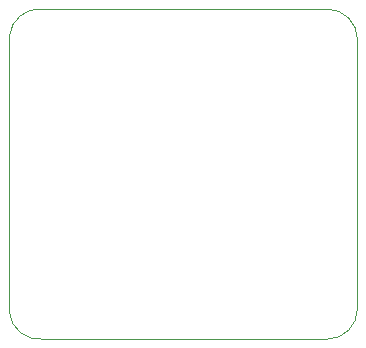
<source format=gbr>
G04 (created by PCBNEW (2013-june-11)-stable) date Sun 31 Aug 2014 03:46:35 PM PDT*
%MOIN*%
G04 Gerber Fmt 3.4, Leading zero omitted, Abs format*
%FSLAX34Y34*%
G01*
G70*
G90*
G04 APERTURE LIST*
%ADD10C,0.00590551*%
%ADD11C,0.00393701*%
G04 APERTURE END LIST*
G54D10*
G54D11*
X83900Y-56600D02*
X83900Y-56300D01*
X73400Y-57600D02*
X82900Y-57600D01*
X72300Y-56300D02*
X72300Y-56700D01*
X82900Y-57600D02*
G75*
G03X83900Y-56600I0J1000D01*
G74*
G01*
X72299Y-56699D02*
G75*
G03X73399Y-57600I1000J99D01*
G74*
G01*
X82900Y-46600D02*
X73400Y-46600D01*
X83900Y-56300D02*
X83900Y-47600D01*
X72300Y-47500D02*
X72300Y-56300D01*
X83900Y-47600D02*
G75*
G03X82900Y-46600I-1000J0D01*
G74*
G01*
X73399Y-46599D02*
G75*
G03X72299Y-47500I-99J-1000D01*
G74*
G01*
M02*

</source>
